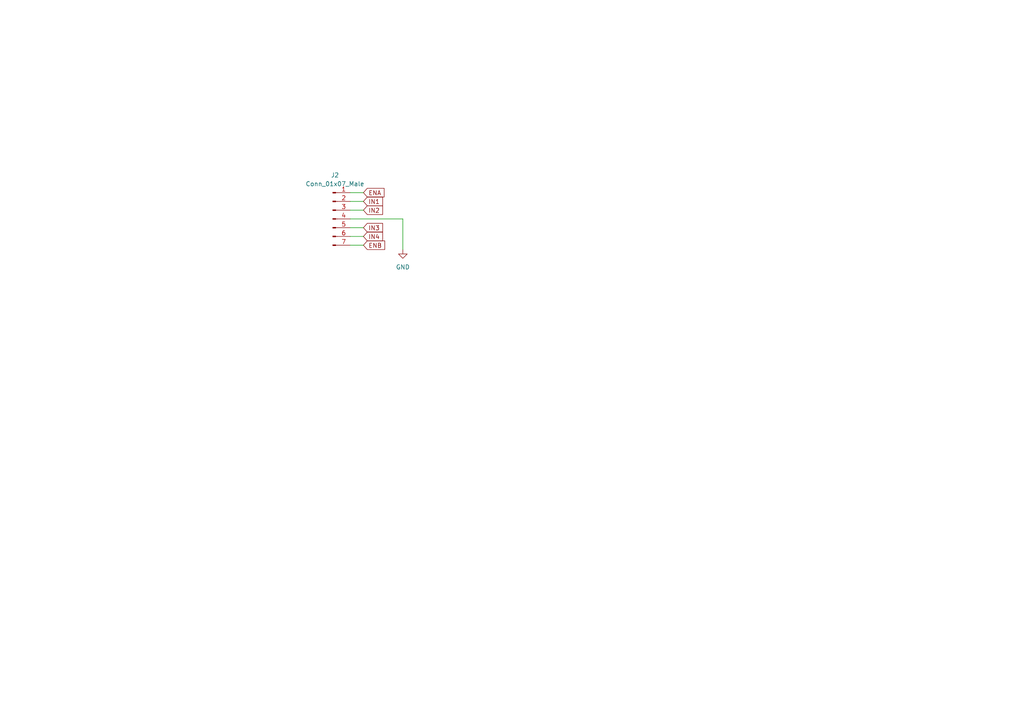
<source format=kicad_sch>
(kicad_sch (version 20211123) (generator eeschema)
  (paper "A4")
  (title_block (title "TECH_WEEK") (date "2022-09-26") (rev "1") (company "0804robot") (comment 1 "Drawn by MK"))
  (lib_symbols
    (symbol "Connector:Conn_01x07_Male" (pin_names (offset 1.016) hide)
      (property "Reference" "J" (at 0 10.16 0))
      (property "Value" "Conn_01x07_Male" (at 0 -10.16 0))
      (symbol "Conn_01x07_Male_1_1"
        (polyline (pts (xy 1.27 -7.62) (xy 0.8636 -7.62)) (stroke (width 0.1524)))
        (polyline (pts (xy 1.27 -5.08) (xy 0.8636 -5.08)) (stroke (width 0.1524)))
        (polyline (pts (xy 1.27 -2.54) (xy 0.8636 -2.54)) (stroke (width 0.1524)))
        (polyline (pts (xy 1.27 0) (xy 0.8636 0)) (stroke (width 0.1524)))
        (polyline (pts (xy 1.27 2.54) (xy 0.8636 2.54)) (stroke (width 0.1524)))
        (polyline (pts (xy 1.27 5.08) (xy 0.8636 5.08)) (stroke (width 0.1524)))
        (polyline (pts (xy 1.27 7.62) (xy 0.8636 7.62)) (stroke (width 0.1524)))
        (rectangle (start 0.8636 -7.493) (end 0 -7.747) (stroke (width 0.1524)) (fill (type outline)))
        (rectangle (start 0.8636 -4.953) (end 0 -5.207) (stroke (width 0.1524)) (fill (type outline)))
        (rectangle (start 0.8636 -2.413) (end 0 -2.667) (stroke (width 0.1524)) (fill (type outline)))
        (rectangle (start 0.8636 0.127) (end 0 -0.127) (stroke (width 0.1524)) (fill (type outline)))
        (rectangle (start 0.8636 2.667) (end 0 2.413) (stroke (width 0.1524)) (fill (type outline)))
        (rectangle (start 0.8636 5.207) (end 0 4.953) (stroke (width 0.1524)) (fill (type outline)))
        (rectangle (start 0.8636 7.747) (end 0 7.493) (stroke (width 0.1524)) (fill (type outline)))
        (pin passive line (at 5.08 7.62 180) (length 3.81) (name "Pin_1") (number "1"))
        (pin passive line (at 5.08 5.08 180) (length 3.81) (name "Pin_2") (number "2"))
        (pin passive line (at 5.08 2.54 180) (length 3.81) (name "Pin_3") (number "3"))
        (pin passive line (at 5.08 0 180) (length 3.81) (name "Pin_4") (number "4"))
        (pin passive line (at 5.08 -2.54 180) (length 3.81) (name "Pin_5") (number "5"))
        (pin passive line (at 5.08 -5.08 180) (length 3.81) (name "Pin_6") (number "6"))
        (pin passive line (at 5.08 -7.62 180) (length 3.81) (name "Pin_7") (number "7"))
      )
    )
    (symbol "power:GND" (power) (pin_names (offset 0))
      (property "Value" "GND" (at 0 -3.81 0))
      (symbol "GND_0_1"
        (polyline (pts (xy 0 0) (xy 0 -1.27) (xy 1.27 -1.27) (xy 0 -2.54) (xy -1.27 -1.27) (xy 0 -1.27)))
      )
      (symbol "GND_1_1"
        (pin power_in line (at 0 0 270) (length 0) hide (name "GND") (number "1"))
      )
    )
  )
  (wire (pts (xy 101.6 68.58) (xy 105.41 68.58)))
  (wire (pts (xy 101.6 66.04) (xy 105.41 66.04)))
  (wire (pts (xy 116.84 63.5) (xy 116.84 72.39)))
  (wire (pts (xy 101.6 71.12) (xy 105.41 71.12)))
  (wire (pts (xy 101.6 60.96) (xy 105.41 60.96)))
  (wire (pts (xy 105.41 58.42) (xy 101.6 58.42)))
  (wire (pts (xy 101.6 63.5) (xy 116.84 63.5)))
  (wire (pts (xy 101.6 55.88) (xy 105.41 55.88)))
  (global_label "ENA" (shape input) (at 105.41 55.88 0) (property "Intersheet References" "${INTERSHEET_REFS}" (effects hide)))
  (global_label "IN3" (shape input) (at 105.41 66.04 0) (property "Intersheet References" "${INTERSHEET_REFS}" (effects hide)))
  (global_label "ENB" (shape input) (at 105.41 71.12 0) (property "Intersheet References" "${INTERSHEET_REFS}" (effects hide)))
  (global_label "IN2" (shape input) (at 105.41 60.96 0) (property "Intersheet References" "${INTERSHEET_REFS}" (effects hide)))
  (global_label "IN1" (shape input) (at 105.41 58.42 0) (property "Intersheet References" "${INTERSHEET_REFS}" (effects hide)))
  (global_label "IN4" (shape input) (at 105.41 68.58 0) (property "Intersheet References" "${INTERSHEET_REFS}" (effects hide)))
  (symbol (lib_id "Connector:Conn_01x07_Male") (at 96.52 63.5 0) (unit 1)
    (property "Reference" "J2" (at 97.155 50.8 0))
    (property "Value" "Conn_01x07_Male" (at 97.155 53.34 0))
    (property "Footprint" "Connector_PinHeader_2.54mm:PinHeader_1x07_P2.54mm_Vertical" (effects hide))
  )
  (symbol (lib_id "power:GND") (at 116.84 72.39 0) (unit 1)
    (property "Reference" "#PWR0119" (effects hide))
    (property "Value" "GND" (at 116.84 77.47 0))
  )
)
</source>
